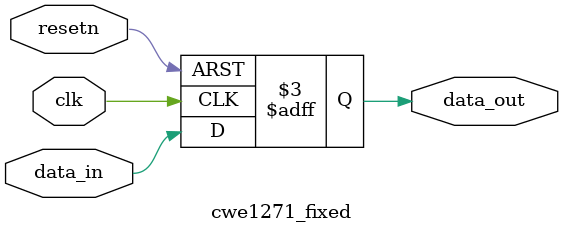
<source format=v>

module cwe1271_fixed (
    input  wire        clk,
    input  wire        data_in,
    input  wire        resetn,
    output reg         data_out
);

always @(posedge clk or negedge resetn) begin
    if (~resetn) begin
        data_out <= 1'b0;
    end else begin
        data_out <= data_in;
    end
end

endmodule
</source>
